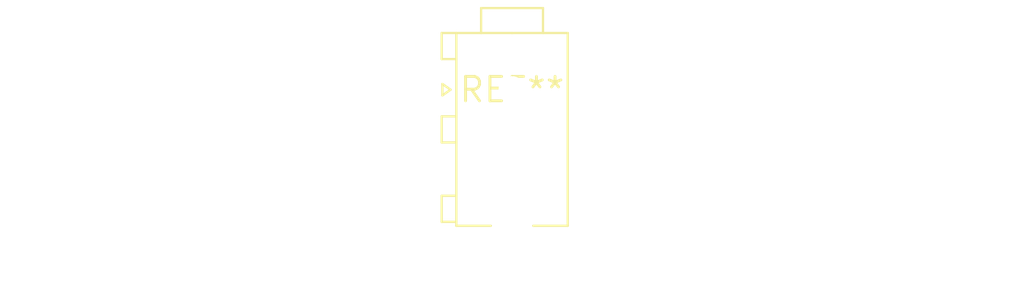
<source format=kicad_pcb>
(kicad_pcb (version 20240108) (generator pcbnew)
  (layers (0 "F.Cu" signal) (31 "B.Cu" signal) (34 "B.Paste" user) (35 "F.Paste" user) (36 "B.SilkS" user "B.Silkscreen") (37 "F.SilkS" user "F.Silkscreen") (38 "B.Mask" user) (39 "F.Mask" user) (44 "Edge.Cuts" user))
  (net 0 "")
  (footprint "TE_MATE-N-LOK_1-770866-x_1x02_P4.14mm_Vertical" (layer "F.Cu") (at 0 0)
    (property "Reference" "REF**")
    (property "Value" "TE_MATE-N-LOK_1-770866-x_1x02_P4.14mm_Vertical")
    (fp_line (start -3.66 -2.955) (end -3.66 -1.595) (layer "F.SilkS") (stroke (width 0.12)))
    (fp_line (start -3.66 -1.595) (end -2.9 -1.595) (layer "F.SilkS") (stroke (width 0.12)))
    (fp_line (start -3.66 1.39) (end -3.66 2.75) (layer "F.SilkS") (stroke (width 0.12)))
    (fp_line (start -3.66 2.75) (end -2.9 2.75) (layer "F.SilkS") (stroke (width 0.12)))
    (fp_line (start -3.66 5.53) (end -3.66 6.89) (layer "F.SilkS") (stroke (width 0.12)))
    (fp_line (start -3.66 6.89) (end -2.9 6.89) (layer "F.SilkS") (stroke (width 0.12)))
    (fp_line (start -3.624264 -0.3) (end -3.2 0) (layer "F.SilkS") (stroke (width 0.12)))
    (fp_line (start -3.624264 0.3) (end -3.624264 -0.3) (layer "F.SilkS") (stroke (width 0.12)))
    (fp_line (start -3.2 0) (end -3.624264 0.3) (layer "F.SilkS") (stroke (width 0.12)))
    (fp_line (start -2.9 -2.955) (end -3.66 -2.955) (layer "F.SilkS") (stroke (width 0.12)))
    (fp_line (start -2.9 -2.955) (end -2.9 7.095) (layer "F.SilkS") (stroke (width 0.12)))
    (fp_line (start -2.9 1.39) (end -3.66 1.39) (layer "F.SilkS") (stroke (width 0.12)))
    (fp_line (start -2.9 5.53) (end -3.66 5.53) (layer "F.SilkS") (stroke (width 0.12)))
    (fp_line (start -2.9 7.095) (end -1.103302 7.095) (layer "F.SilkS") (stroke (width 0.12)))
    (fp_line (start -1.61 -4.255) (end 1.61 -4.255) (layer "F.SilkS") (stroke (width 0.12)))
    (fp_line (start -1.61 -2.955) (end -1.61 -4.255) (layer "F.SilkS") (stroke (width 0.12)))
    (fp_line (start 0 -2.955) (end -2.9 -2.955) (layer "F.SilkS") (stroke (width 0.12)))
    (fp_line (start 0 -2.955) (end 2.9 -2.955) (layer "F.SilkS") (stroke (width 0.12)))
    (fp_line (start 1.61 -4.255) (end 1.61 -2.955) (layer "F.SilkS") (stroke (width 0.12)))
    (fp_line (start 2.9 -2.955) (end 2.9 7.095) (layer "F.SilkS") (stroke (width 0.12)))
    (fp_line (start 2.9 7.095) (end 1.103302 7.095) (layer "F.SilkS") (stroke (width 0.12)))
    (pad "" np_thru_hole circle (at 0 8.58) (size 3.18 3.18) (drill 3.18) (layers *.Cu *.Mask))
    (pad "1" thru_hole roundrect (at 0 0) (size 3.3 2.64) (drill 1.4) (layers *.Cu *.Mask) (remove_unused_layers) (roundrect_rratio 0.094697))
    (pad "2" thru_hole oval (at 0 4.14) (size 3.3 2.64) (drill 1.4) (layers *.Cu *.Mask) (remove_unused_layers))
  )
)
</source>
